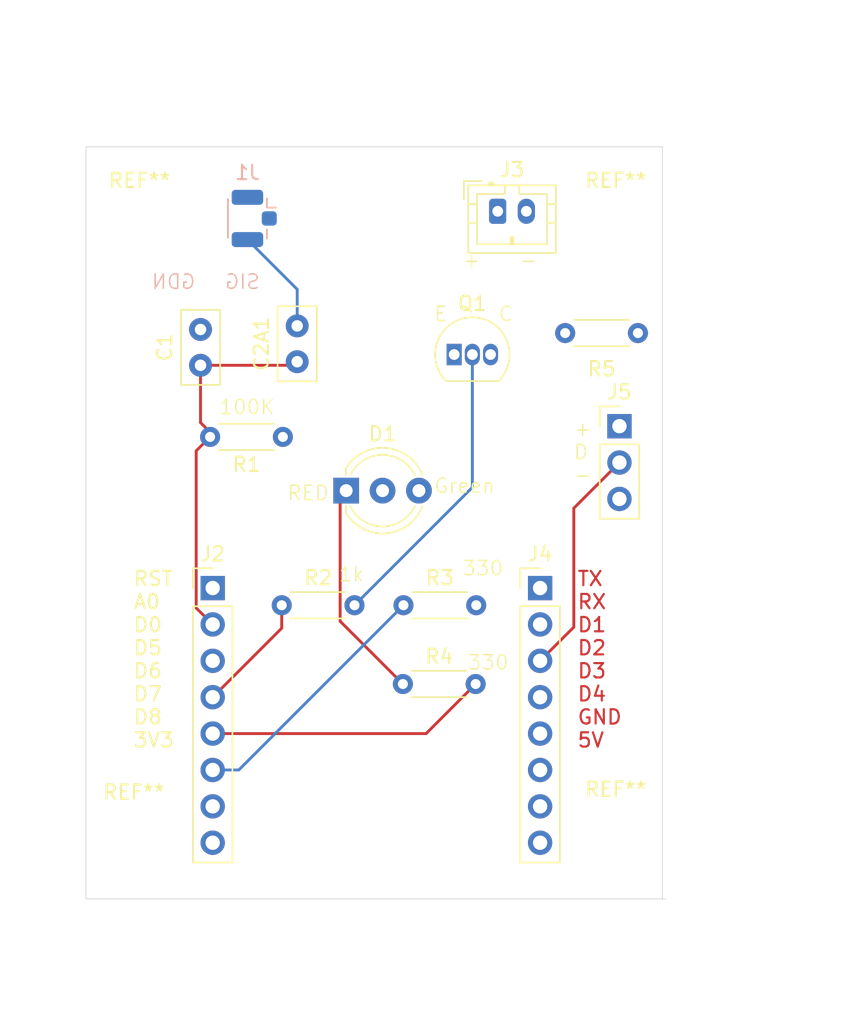
<source format=kicad_pcb>
(kicad_pcb (version 20241229) (generator "pcbnew") (generator_version "9.0")
  (layers (0 "F.Cu" signal) (4 "In1.Cu" signal) (6 "In2.Cu" signal) (2 "B.Cu" signal) (13 "F.Paste" user) (15 "B.Paste" user) (5 "F.SilkS" user "F.Silkscreen") (7 "B.SilkS" user "B.Silkscreen") (1 "F.Mask" user) (3 "B.Mask" user) (25 "Edge.Cuts" user))
  (net 0 "")
  (net 1 "Net-(J2-Pin_2)")
  (net 2 "GND")
  (net 4 "Net-(J2-Pin_6)")
  (net 5 "Net-(J2-Pin_5)")
  (net 9 "Net-(J2-Pin_4)")
  (net 11 "Net-(J4-Pin_3)")
  (net 14 "Net-(J4-Pin_8)")
  (net 17 "Net-(Q1-B)")
  (net 18 "Net-(J3-IR_LED-)")
  (net 19 "Net-(J1-EMI_SIG)")
  (net 20 "Net-(J3-IR_LED+)")
  (net 21 "Net-(D1-K1)")
  (net 22 "Net-(D1-K2)")
  (footprint "Capacitor_THT:C_Disc_D5.0mm_W2.5mm_P2.50mm" (layer "F.Cu") (at 139.5 87.75 90)
    (property "Reference" "C2A1" (at 1.25 -2.5 90) (layer "F.SilkS"))
    (property "Value" "DNP")
    (fp_line (start 3.87 -1.37) (end 3.87 1.37) (stroke (width 0.12)) (layer "F.SilkS"))
    (fp_line (start -1.37 -1.37) (end 3.87 -1.37) (stroke (width 0.12)) (layer "F.SilkS"))
    (fp_line (start 3.87 1.37) (end -1.37 1.37) (stroke (width 0.12)) (layer "F.SilkS"))
    (fp_line (start -1.37 1.37) (end -1.37 -1.37) (stroke (width 0.12)) (layer "F.SilkS"))
    (pad "1" thru_hole circle (at 0 0 90) (size 1.6 1.6) (drill 0.8) (layers "*.Cu" "*.Mask") (net 1 "Net-(J2-Pin_2)"))
    (pad "2" thru_hole circle (at 2.5 0 90) (size 1.6 1.6) (drill 0.8) (layers "*.Cu" "*.Mask") (net 2 "GND"))
  )
  (footprint "MountingHole:MountingHole_2.5mm" (layer "F.Cu") (at 128.5 78.55)
    (property "Reference" "REF**" (at 0 -3.45 0) (layer "F.SilkS"))
    (property "Value" "MountingHole_2.5mm")
    (pad "" np_thru_hole circle (at 0 0) (size 2.5 2.5) (drill 2.5) (layers "*.Cu" "*.Mask"))
  )
  (footprint "MountingHole:MountingHole_2.1mm" (layer "F.Cu") (at 128.1 120.85)
    (property "Reference" "REF**" (at 0 -3.05 0) (layer "F.SilkS"))
    (property "Value" "MountingHole_2.1mm")
    (pad "" np_thru_hole circle (at 0 0) (size 2.1 2.1) (drill 2.1) (layers "*.Cu" "*.Mask"))
  )
  (footprint "Resistor_THT:R_Axial_DIN0204_L3.6mm_D1.6mm_P5.08mm_Horizontal" (layer "F.Cu") (at 158.21 85.75)
    (property "Reference" "R5" (at 2.54 2.5 0) (layer "F.SilkS"))
    (property "Value" "100")
    (fp_line (start 0.62 -0.92) (end 4.46 -0.92) (stroke (width 0.12)) (layer "F.SilkS"))
    (fp_line (start 0.62 0.92) (end 4.46 0.92) (stroke (width 0.12)) (layer "F.SilkS"))
    (pad "1" thru_hole circle (at 0 0) (size 1.4 1.4) (drill 0.7) (layers "*.Cu" "*.Mask") (net 20 "Net-(J3-IR_LED+)"))
    (pad "2" thru_hole circle (at 5.08 0) (size 1.4 1.4) (drill 0.7) (layers "*.Cu" "*.Mask") (net 14 "Net-(J4-Pin_8)"))
  )
  (footprint "MountingHole:MountingHole_2.2mm_M2" (layer "F.Cu") (at 161.75 78.25)
    (property "Reference" "REF**" (at 0 -3.15 0) (layer "F.SilkS"))
    (property "Value" "MountingHole_2.2mm_M2")
    (pad "" np_thru_hole circle (at 0 0) (size 2.2 2.2) (drill 2.2) (layers "*.Cu" "*.Mask"))
  )
  (footprint "LED_THT:LED_D5.0mm-3" (layer "F.Cu") (at 142.92 96.75)
    (property "Reference" "D1" (at 2.54 -3.96 0) (layer "F.SilkS"))
    (property "Value" "LED_Dual_KKA")
    (fp_line (start -0.02 -1.545) (end -0.02 -1.08) (stroke (width 0.12)) (layer "F.SilkS"))
    (fp_line (start -0.02 1.08) (end -0.02 1.545) (stroke (width 0.12)) (layer "F.SilkS"))
    (fp_arc (start -0.02 -1.54483) (mid 2.798898 -2.97877) (end 5.328136 -1.08) (stroke (width 0.12)) (layer "F.SilkS"))
    (fp_arc (start 0.285316 -1.08) (mid 2.54 -2.5) (end 4.794684 -1.08) (stroke (width 0.12)) (layer "F.SilkS"))
    (fp_arc (start 4.794684 1.08) (mid 2.54 2.5) (end 0.285316 1.08) (stroke (width 0.12)) (layer "F.SilkS"))
    (fp_arc (start 5.328136 1.08) (mid 2.798898 2.97877) (end -0.02 1.54483) (stroke (width 0.12)) (layer "F.SilkS"))
    (pad "1" thru_hole rect (at 0 0) (size 1.8 1.8) (drill 0.9) (layers "*.Cu" "*.Mask") (net 21 "Net-(D1-K1)"))
    (pad "2" thru_hole circle (at 2.54 0) (size 1.8 1.8) (drill 0.9) (layers "*.Cu" "*.Mask") (net 2 "GND"))
    (pad "3" thru_hole circle (at 5.08 0) (size 1.8 1.8) (drill 0.9) (layers "*.Cu" "*.Mask") (net 22 "Net-(D1-K2)"))
  )
  (footprint "Package_TO_SOT_THT:TO-92_Inline" (layer "F.Cu") (at 150.46 87.25)
    (property "Reference" "Q1" (at 1.27 -3.56 0) (layer "F.SilkS"))
    (property "Value" "2N2222")
    (fp_line (start -0.53 1.85) (end 3.07 1.85) (stroke (width 0.12)) (layer "F.SilkS"))
    (fp_arc (start -0.568478 1.838478) (mid -1.132087 -0.994977) (end 1.27 -2.6) (stroke (width 0.12)) (layer "F.SilkS"))
    (fp_arc (start 1.27 -2.6) (mid 3.672087 -0.994977) (end 3.108478 1.838478) (stroke (width 0.12)) (layer "F.SilkS"))
    (pad "1" thru_hole rect (at 0 0) (size 1.05 1.5) (drill 0.75) (layers "*.Cu" "*.Mask") (net 2 "GND"))
    (pad "2" thru_hole oval (at 1.27 0) (size 1.05 1.5) (drill 0.75) (layers "*.Cu" "*.Mask") (net 17 "Net-(Q1-B)"))
    (pad "3" thru_hole oval (at 2.54 0) (size 1.05 1.5) (drill 0.75) (layers "*.Cu" "*.Mask") (net 18 "Net-(J3-IR_LED-)"))
  )
  (footprint "Resistor_THT:R_Axial_DIN0204_L3.6mm_D1.6mm_P5.08mm_Horizontal" (layer "F.Cu") (at 138.42 104.75)
    (property "Reference" "R2" (at 2.54 -1.92 0) (layer "F.SilkS"))
    (property "Value" "1k")
    (fp_line (start 0.62 -0.92) (end 4.46 -0.92) (stroke (width 0.12)) (layer "F.SilkS"))
    (fp_line (start 0.62 0.92) (end 4.46 0.92) (stroke (width 0.12)) (layer "F.SilkS"))
    (pad "1" thru_hole circle (at 0 0) (size 1.4 1.4) (drill 0.7) (layers "*.Cu" "*.Mask") (net 9 "Net-(J2-Pin_4)"))
    (pad "2" thru_hole circle (at 5.08 0) (size 1.4 1.4) (drill 0.7) (layers "*.Cu" "*.Mask") (net 17 "Net-(Q1-B)"))
  )
  (footprint "Connector_JST:JST_PH_B2B-PH-K_1x02_P2.00mm_Vertical" (layer "F.Cu") (at 153.5 77.25)
    (property "Reference" "J3" (at 1 -2.9 0) (layer "F.SilkS"))
    (property "Value" "LED-line-socket")
    (fp_line (start -2.36 -2.11) (end -2.36 -0.86) (stroke (width 0.12)) (layer "F.SilkS"))
    (fp_line (start -2.06 -1.81) (end -2.06 2.91) (stroke (width 0.12)) (layer "F.SilkS"))
    (fp_line (start -2.06 -0.5) (end -1.45 -0.5) (stroke (width 0.12)) (layer "F.SilkS"))
    (fp_line (start -2.06 0.8) (end -1.45 0.8) (stroke (width 0.12)) (layer "F.SilkS"))
    (fp_line (start -2.06 2.91) (end 4.06 2.91) (stroke (width 0.12)) (layer "F.SilkS"))
    (fp_line (start -1.45 -1.2) (end -1.45 2.3) (stroke (width 0.12)) (layer "F.SilkS"))
    (fp_line (start -1.45 2.3) (end 3.45 2.3) (stroke (width 0.12)) (layer "F.SilkS"))
    (fp_line (start -1.11 -2.11) (end -2.36 -2.11) (stroke (width 0.12)) (layer "F.SilkS"))
    (fp_line (start -0.6 -2.01) (end -0.6 -1.81) (stroke (width 0.12)) (layer "F.SilkS"))
    (fp_line (start -0.3 -2.01) (end -0.6 -2.01) (stroke (width 0.12)) (layer "F.SilkS"))
    (fp_line (start -0.3 -1.91) (end -0.6 -1.91) (stroke (width 0.12)) (layer "F.SilkS"))
    (fp_line (start -0.3 -1.81) (end -0.3 -2.01) (stroke (width 0.12)) (layer "F.SilkS"))
    (fp_line (start 0.5 -1.81) (end 0.5 -1.2) (stroke (width 0.12)) (layer "F.SilkS"))
    (fp_line (start 0.5 -1.2) (end -1.45 -1.2) (stroke (width 0.12)) (layer "F.SilkS"))
    (fp_line (start 0.9 1.8) (end 1.1 1.8) (stroke (width 0.12)) (layer "F.SilkS"))
    (fp_line (start 0.9 2.3) (end 0.9 1.8) (stroke (width 0.12)) (layer "F.SilkS"))
    (fp_line (start 1 2.3) (end 1 1.8) (stroke (width 0.12)) (layer "F.SilkS"))
    (fp_line (start 1.1 1.8) (end 1.1 2.3) (stroke (width 0.12)) (layer "F.SilkS"))
    (fp_line (start 1.5 -1.2) (end 1.5 -1.81) (stroke (width 0.12)) (layer "F.SilkS"))
    (fp_line (start 3.45 -1.2) (end 1.5 -1.2) (stroke (width 0.12)) (layer "F.SilkS"))
    (fp_line (start 3.45 2.3) (end 3.45 -1.2) (stroke (width 0.12)) (layer "F.SilkS"))
    (fp_line (start 4.06 -1.81) (end -2.06 -1.81) (stroke (width 0.12)) (layer "F.SilkS"))
    (fp_line (start 4.06 -0.5) (end 3.45 -0.5) (stroke (width 0.12)) (layer "F.SilkS"))
    (fp_line (start 4.06 0.8) (end 3.45 0.8) (stroke (width 0.12)) (layer "F.SilkS"))
    (fp_line (start 4.06 2.91) (end 4.06 -1.81) (stroke (width 0.12)) (layer "F.SilkS"))
    (pad "1" thru_hole roundrect (at 0 0) (size 1.2 1.75) (drill 0.75) (layers "*.Cu" "*.Mask") (roundrect_rratio 0.208333) (net 20 "Net-(J3-IR_LED+)"))
    (pad "2" thru_hole oval (at 2 0) (size 1.2 1.75) (drill 0.75) (layers "*.Cu" "*.Mask") (net 18 "Net-(J3-IR_LED-)"))
  )
  (footprint "Connector_PinHeader_2.54mm:PinHeader_1x03_P2.54mm_Vertical" (layer "F.Cu") (at 162 92.25)
    (property "Reference" "J5" (at 0 -2.38 0) (layer "F.SilkS"))
    (property "Value" "DHT22_Conn_3Pin")
    (fp_line (start -1.38 -1.38) (end 0 -1.38) (stroke (width 0.12)) (layer "F.SilkS"))
    (fp_line (start -1.38 0) (end -1.38 -1.38) (stroke (width 0.12)) (layer "F.SilkS"))
    (fp_line (start -1.38 1.27) (end -1.38 6.46) (stroke (width 0.12)) (layer "F.SilkS"))
    (fp_line (start -1.38 1.27) (end 1.38 1.27) (stroke (width 0.12)) (layer "F.SilkS"))
    (fp_line (start -1.38 6.46) (end 1.38 6.46) (stroke (width 0.12)) (layer "F.SilkS"))
    (fp_line (start 1.38 1.27) (end 1.38 6.46) (stroke (width 0.12)) (layer "F.SilkS"))
    (pad "1" thru_hole rect (at 0 0) (size 1.7 1.7) (drill 1) (layers "*.Cu" "*.Mask") (net 14 "Net-(J4-Pin_8)"))
    (pad "2" thru_hole circle (at 0 2.54) (size 1.7 1.7) (drill 1) (layers "*.Cu" "*.Mask") (net 11 "Net-(J4-Pin_3)"))
    (pad "3" thru_hole circle (at 0 5.08) (size 1.7 1.7) (drill 1) (layers "*.Cu" "*.Mask") (net 2 "GND"))
  )
  (footprint "Resistor_THT:R_Axial_DIN0204_L3.6mm_D1.6mm_P5.08mm_Horizontal" (layer "F.Cu") (at 146.92 104.75)
    (property "Reference" "R3" (at 2.54 -1.92 0) (layer "F.SilkS"))
    (property "Value" "330")
    (fp_line (start 0.62 -0.92) (end 4.46 -0.92) (stroke (width 0.12)) (layer "F.SilkS"))
    (fp_line (start 0.62 0.92) (end 4.46 0.92) (stroke (width 0.12)) (layer "F.SilkS"))
    (pad "1" thru_hole circle (at 0 0) (size 1.4 1.4) (drill 0.7) (layers "*.Cu" "*.Mask") (net 4 "Net-(J2-Pin_6)"))
    (pad "2" thru_hole circle (at 5.08 0) (size 1.4 1.4) (drill 0.7) (layers "*.Cu" "*.Mask") (net 22 "Net-(D1-K2)"))
  )
  (footprint "Resistor_THT:R_Axial_DIN0204_L3.6mm_D1.6mm_P5.08mm_Horizontal" (layer "F.Cu") (at 138.5 93 180)
    (property "Reference" "R1" (at 2.54 -1.92 0) (layer "F.SilkS"))
    (property "Value" "100k")
    (fp_line (start 0.62 0.92) (end 4.46 0.92) (stroke (width 0.12)) (layer "F.SilkS"))
    (fp_line (start 0.62 -0.92) (end 4.46 -0.92) (stroke (width 0.12)) (layer "F.SilkS"))
    (pad "1" thru_hole circle (at 0 0 180) (size 1.4 1.4) (drill 0.7) (layers "*.Cu" "*.Mask") (net 19 "Net-(J1-EMI_SIG)"))
    (pad "2" thru_hole circle (at 5.08 0 180) (size 1.4 1.4) (drill 0.7) (layers "*.Cu" "*.Mask") (net 1 "Net-(J2-Pin_2)"))
  )
  (footprint "Capacitor_THT:C_Disc_D5.0mm_W2.5mm_P2.50mm" (layer "F.Cu") (at 132.75 88 90)
    (property "Reference" "C1" (at 1.25 -2.5 90) (layer "F.SilkS"))
    (property "Value" "0.01uF")
    (fp_line (start 3.87 -1.37) (end 3.87 1.37) (stroke (width 0.12)) (layer "F.SilkS"))
    (fp_line (start -1.37 -1.37) (end 3.87 -1.37) (stroke (width 0.12)) (layer "F.SilkS"))
    (fp_line (start 3.87 1.37) (end -1.37 1.37) (stroke (width 0.12)) (layer "F.SilkS"))
    (fp_line (start -1.37 1.37) (end -1.37 -1.37) (stroke (width 0.12)) (layer "F.SilkS"))
    (pad "1" thru_hole circle (at 0 0 90) (size 1.6 1.6) (drill 0.8) (layers "*.Cu" "*.Mask") (net 1 "Net-(J2-Pin_2)"))
    (pad "2" thru_hole circle (at 2.5 0 90) (size 1.6 1.6) (drill 0.8) (layers "*.Cu" "*.Mask") (net 2 "GND"))
  )
  (footprint "Connector_PinHeader_2.54mm:PinHeader_1x08_P2.54mm_Vertical" (layer "F.Cu") (at 156.46 103.55)
    (property "Reference" "J4" (at 0 -2.38 0) (layer "F.SilkS"))
    (property "Value" "Conn_01x08")
    (fp_line (start -1.38 -1.38) (end 0 -1.38) (stroke (width 0.12)) (layer "F.SilkS"))
    (fp_line (start -1.38 0) (end -1.38 -1.38) (stroke (width 0.12)) (layer "F.SilkS"))
    (fp_line (start -1.38 1.27) (end -1.38 19.16) (stroke (width 0.12)) (layer "F.SilkS"))
    (fp_line (start -1.38 1.27) (end 1.38 1.27) (stroke (width 0.12)) (layer "F.SilkS"))
    (fp_line (start -1.38 19.16) (end 1.38 19.16) (stroke (width 0.12)) (layer "F.SilkS"))
    (fp_line (start 1.38 1.27) (end 1.38 19.16) (stroke (width 0.12)) (layer "F.SilkS"))
    (pad "1" thru_hole rect (at 0 0) (size 1.7 1.7) (drill 1) (layers "*.Cu" "*.Mask"))
    (pad "2" thru_hole circle (at 0 2.54) (size 1.7 1.7) (drill 1) (layers "*.Cu" "*.Mask"))
    (pad "3" thru_hole circle (at 0 5.08) (size 1.7 1.7) (drill 1) (layers "*.Cu" "*.Mask") (net 11 "Net-(J4-Pin_3)"))
    (pad "4" thru_hole circle (at 0 7.62) (size 1.7 1.7) (drill 1) (layers "*.Cu" "*.Mask"))
    (pad "5" thru_hole circle (at 0 10.16) (size 1.7 1.7) (drill 1) (layers "*.Cu" "*.Mask"))
    (pad "6" thru_hole circle (at 0 12.7) (size 1.7 1.7) (drill 1) (layers "*.Cu" "*.Mask"))
    (pad "7" thru_hole circle (at 0 15.24) (size 1.7 1.7) (drill 1) (layers "*.Cu" "*.Mask") (net 2 "GND"))
    (pad "8" thru_hole circle (at 0 17.78) (size 1.7 1.7) (drill 1) (layers "*.Cu" "*.Mask") (net 14 "Net-(J4-Pin_8)"))
  )
  (footprint "MountingHole:MountingHole_2.2mm_M2" (layer "F.Cu") (at 161.75 120.75)
    (property "Reference" "REF**" (at 0 -3.15 0) (layer "F.SilkS"))
    (property "Value" "MountingHole_2.2mm_M2")
    (pad "" np_thru_hole circle (at 0 0) (size 2.2 2.2) (drill 2.2) (layers "*.Cu" "*.Mask"))
  )
  (footprint "Connector_PinHeader_2.54mm:PinHeader_1x08_P2.54mm_Vertical" (layer "F.Cu") (at 133.6 103.55)
    (property "Reference" "J2" (at 0 -2.38 0) (layer "F.SilkS"))
    (property "Value" "Conn_01x08")
    (fp_line (start -1.38 -1.38) (end 0 -1.38) (stroke (width 0.12)) (layer "F.SilkS"))
    (fp_line (start -1.38 0) (end -1.38 -1.38) (stroke (width 0.12)) (layer "F.SilkS"))
    (fp_line (start -1.38 1.27) (end -1.38 19.16) (stroke (width 0.12)) (layer "F.SilkS"))
    (fp_line (start -1.38 1.27) (end 1.38 1.27) (stroke (width 0.12)) (layer "F.SilkS"))
    (fp_line (start -1.38 19.16) (end 1.38 19.16) (stroke (width 0.12)) (layer "F.SilkS"))
    (fp_line (start 1.38 1.27) (end 1.38 19.16) (stroke (width 0.12)) (layer "F.SilkS"))
    (pad "1" thru_hole rect (at 0 0) (size 1.7 1.7) (drill 1) (layers "*.Cu" "*.Mask"))
    (pad "2" thru_hole circle (at 0 2.54) (size 1.7 1.7) (drill 1) (layers "*.Cu" "*.Mask") (net 1 "Net-(J2-Pin_2)"))
    (pad "3" thru_hole circle (at 0 5.08) (size 1.7 1.7) (drill 1) (layers "*.Cu" "*.Mask"))
    (pad "4" thru_hole circle (at 0 7.62) (size 1.7 1.7) (drill 1) (layers "*.Cu" "*.Mask") (net 9 "Net-(J2-Pin_4)"))
    (pad "5" thru_hole circle (at 0 10.16) (size 1.7 1.7) (drill 1) (layers "*.Cu" "*.Mask") (net 5 "Net-(J2-Pin_5)"))
    (pad "6" thru_hole circle (at 0 12.7) (size 1.7 1.7) (drill 1) (layers "*.Cu" "*.Mask") (net 4 "Net-(J2-Pin_6)"))
    (pad "7" thru_hole circle (at 0 15.24) (size 1.7 1.7) (drill 1) (layers "*.Cu" "*.Mask"))
    (pad "8" thru_hole circle (at 0 17.78) (size 1.7 1.7) (drill 1) (layers "*.Cu" "*.Mask"))
  )
  (footprint "Resistor_THT:R_Axial_DIN0204_L3.6mm_D1.6mm_P5.08mm_Horizontal" (layer "F.Cu") (at 146.88 110.25)
    (property "Reference" "R4" (at 2.54 -1.92 0) (layer "F.SilkS"))
    (property "Value" "330")
    (fp_line (start 0.62 -0.92) (end 4.46 -0.92) (stroke (width 0.12)) (layer "F.SilkS"))
    (fp_line (start 0.62 0.92) (end 4.46 0.92) (stroke (width 0.12)) (layer "F.SilkS"))
    (pad "1" thru_hole circle (at 0 0) (size 1.4 1.4) (drill 0.7) (layers "*.Cu" "*.Mask") (net 21 "Net-(D1-K1)"))
    (pad "2" thru_hole circle (at 5.08 0) (size 1.4 1.4) (drill 0.7) (layers "*.Cu" "*.Mask") (net 5 "Net-(J2-Pin_5)"))
  )
  (footprint "Connector_Coaxial:U.FL_Hirose_U.FL-R-SMT-1_Vertical" (layer "B.Cu") (at 136.5 77.75 180)
    (property "Reference" "J1" (at 0.475 3.2 0) (layer "B.SilkS") (effects (justify mirror)))
    (property "Value" "EMI-MAIN")
    (fp_line (start 1.835 1.35) (end 1.835 -1.35) (stroke (width 0.12)) (layer "B.SilkS"))
    (fp_line (start -0.885 1.4) (end -0.885 0.76) (stroke (width 0.12)) (layer "B.SilkS"))
    (fp_line (start -0.885 0.76) (end -1.515 0.76) (stroke (width 0.12)) (layer "B.SilkS"))
    (fp_line (start -0.885 -1.4) (end -0.885 -0.76) (stroke (width 0.12)) (layer "B.SilkS"))
    (pad "1" smd roundrect (at -1.05 0 180) (size 1.05 1) (layers "B.Cu" "B.Mask" "B.Paste") (net 19 "Net-(J1-EMI_SIG)"))
    (pad "2" smd roundrect (at 0.475 -1.475 180) (size 2.2 1.05) (layers "B.Cu" "B.Mask" "B.Paste") (roundrect_rratio 0.2380952381) (net 2 "GND"))
    (pad "2" smd roundrect (at 0.475 1.475 180) (size 2.2 1.05) (layers "B.Cu" "B.Mask" "B.Paste") (roundrect_rratio 0.2380952381) (net 2 "GND"))
  )
  (gr_line (start 124.75 125.25) (end 165.25 125.25) (stroke (width 0.05)) (layer "Edge.Cuts"))
  (gr_line (start 124.75 72.75) (end 124.75 125.250415) (stroke (width 0.05)) (layer "Edge.Cuts"))
  (gr_line (start 165 72.75) (end 165 125.25) (stroke (width 0.05)) (layer "Edge.Cuts"))
  (gr_line (start 124.75 72.75) (end 165.000776 72.75) (stroke (width 0.05)) (layer "Edge.Cuts"))
  (gr_text "TX\nRX\nD1\nD2\nD3\nD4\nGND\n5V\n" (at 159 114.75 0) (layer "F.Cu") (effects (font (size 1 1)) (justify left bottom)))
  (gr_text "+" (at 150.985 81.25 0) (layer "F.SilkS") (effects (font (size 1 1) (thickness 0.1)) (justify left bottom)))
  (gr_text "330" (at 150.96 102.75 0) (layer "F.SilkS") (effects (font (size 1 1) (thickness 0.1)) (justify left bottom)))
  (gr_text "+\nD\n-\n" (at 158.75 96.25 0) (layer "F.SilkS") (effects (font (size 1 1) (thickness 0.1)) (justify left bottom)))
  (gr_text "1k" (at 142.333166 103.167662 0) (layer "F.SilkS") (effects (font (size 1 1) (thickness 0.1)) (justify left bottom)))
  (gr_text "330" (at 151.34 109.33 0) (layer "F.SilkS") (effects (font (size 1 1) (thickness 0.1)) (justify left bottom)))
  (gr_text "100K" (at 134 91.5 0) (layer "F.SilkS") (effects (font (size 1 1) (thickness 0.1)) (justify left bottom)))
  (gr_text "RED" (at 138.75 97.5 0) (layer "F.SilkS") (effects (font (size 1 1) (thickness 0.1)) (justify left bottom)))
  (gr_text "-" (at 154.96 81.25 0) (layer "F.SilkS") (effects (font (size 1 1) (thickness 0.1)) (justify left bottom)))
  (gr_text "C" (at 153.5 85 0) (layer "F.SilkS") (effects (font (size 1 1) (thickness 0.1)) (justify left bottom)))
  (gr_text "Green\n" (at 149 97 0) (layer "F.SilkS") (effects (font (size 1 1) (thickness 0.1)) (justify left bottom)))
  (gr_text "E" (at 149 85 0) (layer "F.SilkS") (effects (font (size 1 1) (thickness 0.1)) (justify left bottom)))
  (gr_text "RST\nA0\nD0\nD5\nD6\nD7\nD8\n3V3\n" (at 128 114.75 0) (layer "F.SilkS") (effects (font (size 1 1)) (justify left bottom)))
  (gr_text "SIG\n" (at 136.96 82.75 0) (layer "B.SilkS") (effects (font (size 1 1) (thickness 0.1)) (justify left bottom mirror)))
  (gr_text "GDN" (at 132.46 82.75 0) (layer "B.SilkS") (effects (font (size 1 1) (thickness 0.1)) (justify left bottom mirror)))
  (segment (start 132.449 93.971) (end 132.449 104.939) (width 0.2) (layer "F.Cu") (net 1))
  (segment (start 132.75 92) (end 132.75 88) (width 0.2) (layer "F.Cu") (net 1))
  (segment (start 133.42 92.67) (end 132.75 92) (width 0.2) (layer "F.Cu") (net 1))
  (segment (start 139.25 88) (end 139.5 87.75) (width 0.2) (layer "F.Cu") (net 1))
  (segment (start 132.75 88) (end 139.25 88) (width 0.2) (layer "F.Cu") (net 1))
  (segment (start 133.42 93) (end 132.449 93.971) (width 0.2) (layer "F.Cu") (net 1))
  (segment (start 132.449 104.939) (end 133.6 106.09) (width 0.2) (layer "F.Cu") (net 1))
  (segment (start 133.42 93) (end 133.42 92.67) (width 0.2) (layer "F.Cu") (net 1))
  (segment (start 136.025 79.225) (end 139.5 82.7) (width 0.2) (layer "B.Cu") (net 2))
  (segment (start 139.5 82.7) (end 139.5 85.25) (width 0.2) (layer "B.Cu") (net 2))
  (segment (start 146.92 104.75) (end 135.42 116.25) (width 0.2) (layer "B.Cu") (net 4))
  (segment (start 135.42 116.25) (end 133.6 116.25) (width 0.2) (layer "B.Cu") (net 4))
  (segment (start 148.5 113.71) (end 133.6 113.71) (width 0.2) (layer "F.Cu") (net 5))
  (segment (start 151.96 110.25) (end 148.5 113.71) (width 0.2) (layer "F.Cu") (net 5))
  (segment (start 138.42 104.75) (end 138.42 106.35) (width 0.2) (layer "F.Cu") (net 9))
  (segment (start 138.42 106.35) (end 133.6 111.17) (width 0.2) (layer "F.Cu") (net 9))
  (segment (start 162 94.79) (end 158.812922 97.977078) (width 0.2) (layer "F.Cu") (net 11))
  (segment (start 158.812922 97.977078) (end 158.812922 106.277078) (width 0.2) (layer "F.Cu") (net 11))
  (segment (start 158.812922 106.277078) (end 156.46 108.63) (width 0.2) (layer "F.Cu") (net 11))
  (segment (start 151.73 96.52) (end 151.73 87.25) (width 0.2) (layer "B.Cu") (net 17))
  (segment (start 143.5 104.75) (end 151.73 96.52) (width 0.2) (layer "B.Cu") (net 17))
  (segment (start 142.499 97.171) (end 142.499 105.869) (width 0.2) (layer "F.Cu") (net 21))
  (segment (start 142.92 96.75) (end 142.499 97.171) (width 0.2) (layer "F.Cu") (net 21))
  (segment (start 142.499 105.869) (end 146.88 110.25) (width 0.2) (layer "F.Cu") (net 21))
)
</source>
